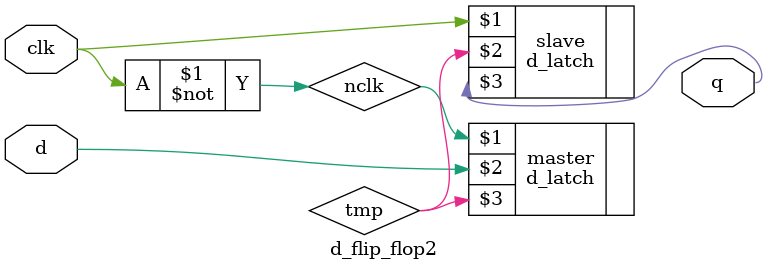
<source format=v>
`include "d_latch.v"

module d_flip_flop2 (
    input clk,
    input d,
    output q
);
    wire nclk, tmp;

    not clk_inv(nclk, clk);
    d_latch master(nclk, d, tmp);
    d_latch slave(clk, tmp, q);
endmodule
</source>
